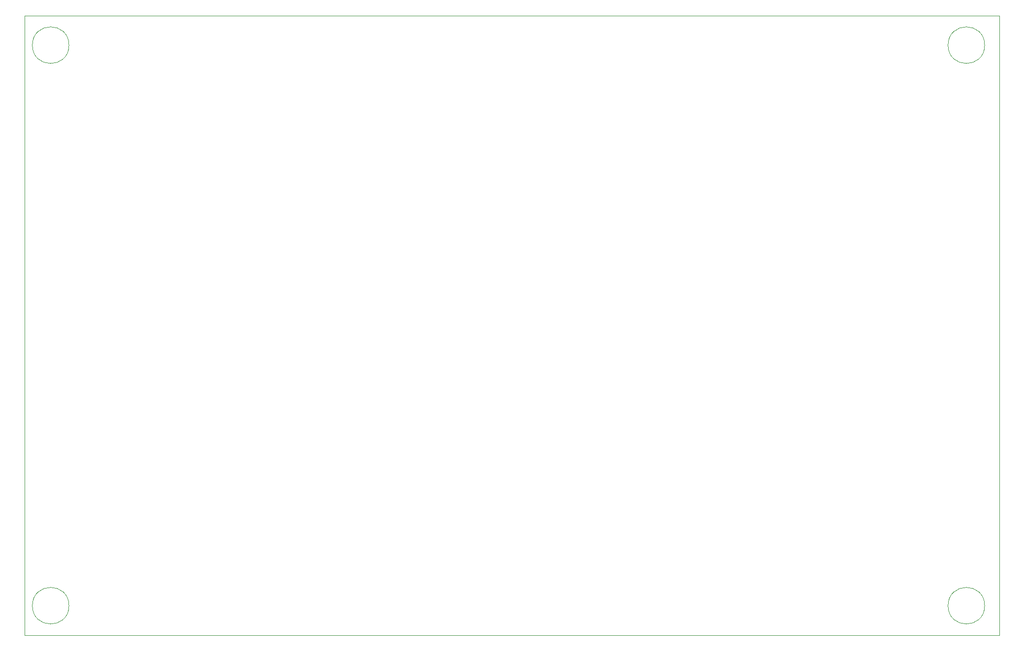
<source format=gbr>
%TF.GenerationSoftware,KiCad,Pcbnew,(7.0.0)*%
%TF.CreationDate,2023-03-07T18:29:21-05:00*%
%TF.ProjectId,LeftTEST,4c656674-5445-4535-942e-6b696361645f,rev?*%
%TF.SameCoordinates,Original*%
%TF.FileFunction,Profile,NP*%
%FSLAX46Y46*%
G04 Gerber Fmt 4.6, Leading zero omitted, Abs format (unit mm)*
G04 Created by KiCad (PCBNEW (7.0.0)) date 2023-03-07 18:29:21*
%MOMM*%
%LPD*%
G01*
G04 APERTURE LIST*
%TA.AperFunction,Profile*%
%ADD10C,0.100000*%
%TD*%
G04 APERTURE END LIST*
D10*
X198120000Y-38100000D02*
G75*
G03*
X198120000Y-38100000I-3150000J0D01*
G01*
X198120000Y-134620000D02*
G75*
G03*
X198120000Y-134620000I-3150000J0D01*
G01*
X40640000Y-38100000D02*
G75*
G03*
X40640000Y-38100000I-3150000J0D01*
G01*
X40640000Y-134620000D02*
G75*
G03*
X40640000Y-134620000I-3150000J0D01*
G01*
X200660000Y-139700000D02*
X33020000Y-139700000D01*
X200660000Y-33020000D02*
X200660000Y-139700000D01*
X33020000Y-139700000D02*
X33020000Y-33020000D01*
X33020000Y-33020000D02*
X200660000Y-33020000D01*
M02*

</source>
